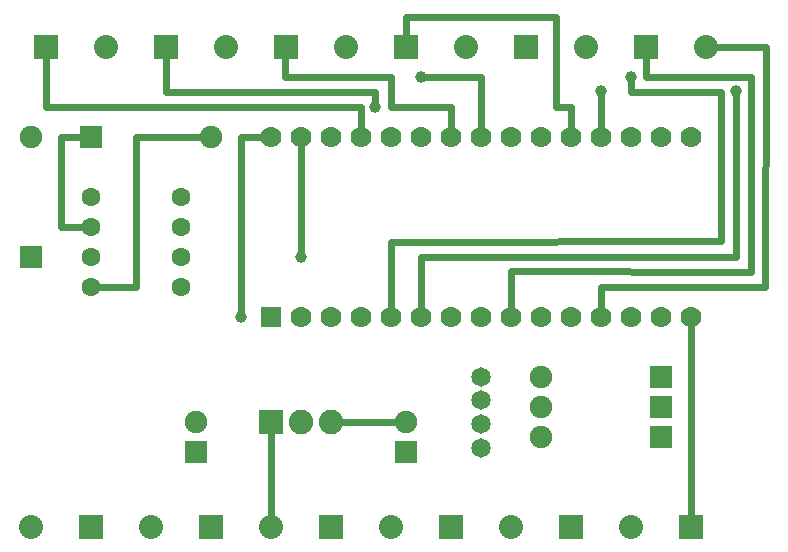
<source format=gtl>
G04 MADE WITH FRITZING*
G04 WWW.FRITZING.ORG*
G04 DOUBLE SIDED*
G04 HOLES PLATED*
G04 CONTOUR ON CENTER OF CONTOUR VECTOR*
%ASAXBY*%
%FSLAX23Y23*%
%MOIN*%
%OFA0B0*%
%SFA1.0B1.0*%
%ADD10C,0.070000*%
%ADD11C,0.063000*%
%ADD12C,0.075000*%
%ADD13C,0.080000*%
%ADD14C,0.082000*%
%ADD15C,0.039370*%
%ADD16C,0.065000*%
%ADD17R,0.070000X0.069972*%
%ADD18R,0.075000X0.075000*%
%ADD19R,0.080000X0.080000*%
%ADD20R,0.082000X0.082000*%
%ADD21C,0.024000*%
%LNCOPPER1*%
G90*
G70*
G54D10*
X1006Y1150D03*
X1106Y1150D03*
X1206Y1150D03*
X1306Y1150D03*
X1406Y1150D03*
X1506Y1150D03*
X1606Y1150D03*
X1706Y1150D03*
X1806Y1150D03*
X1906Y1150D03*
X2006Y1150D03*
X2106Y1150D03*
X2206Y1150D03*
X2306Y1150D03*
X2406Y1150D03*
X1006Y1750D03*
X1106Y1750D03*
X1206Y1750D03*
X1306Y1750D03*
X1406Y1750D03*
X1506Y1750D03*
X1606Y1750D03*
X1706Y1750D03*
X1806Y1750D03*
X1906Y1750D03*
X2006Y1750D03*
X2106Y1750D03*
X2206Y1750D03*
X2306Y1750D03*
X2406Y1750D03*
G54D11*
X706Y1250D03*
X706Y1350D03*
X706Y1450D03*
X706Y1550D03*
X406Y1550D03*
X406Y1450D03*
X406Y1350D03*
X406Y1250D03*
X706Y1250D03*
X706Y1350D03*
X706Y1450D03*
X706Y1550D03*
X406Y1550D03*
X406Y1450D03*
X406Y1350D03*
X406Y1250D03*
G54D12*
X206Y1350D03*
X206Y1750D03*
X406Y1750D03*
X806Y1750D03*
G54D13*
X1606Y450D03*
X1406Y450D03*
X1206Y450D03*
X1006Y450D03*
X406Y450D03*
X206Y450D03*
X806Y450D03*
X606Y450D03*
X2406Y450D03*
X2206Y450D03*
X2006Y450D03*
X1806Y450D03*
G54D14*
X1006Y800D03*
X1106Y800D03*
X1206Y800D03*
G54D12*
X1456Y700D03*
X1456Y800D03*
X756Y700D03*
X756Y800D03*
G54D15*
X1106Y1350D03*
X906Y1150D03*
G54D13*
X1856Y2050D03*
X2056Y2050D03*
X2256Y2050D03*
X2456Y2050D03*
X1456Y2050D03*
X1656Y2050D03*
X256Y2050D03*
X456Y2050D03*
X656Y2050D03*
X856Y2050D03*
X1056Y2050D03*
X1256Y2050D03*
G54D15*
X2557Y1902D03*
X1354Y1850D03*
X2106Y1902D03*
X2206Y1950D03*
X1506Y1950D03*
G54D16*
X1706Y714D03*
X1706Y793D03*
X1706Y872D03*
X1706Y950D03*
G54D12*
X2306Y750D03*
X1906Y750D03*
X2306Y850D03*
X1906Y850D03*
X2306Y950D03*
X1906Y950D03*
G54D17*
X1006Y1150D03*
G54D18*
X206Y1350D03*
X406Y1750D03*
G54D19*
X1606Y450D03*
X1206Y450D03*
X406Y450D03*
X806Y450D03*
X2406Y450D03*
X2006Y450D03*
G54D20*
X1006Y800D03*
G54D18*
X1456Y700D03*
X756Y700D03*
G54D19*
X1856Y2050D03*
X2256Y2050D03*
X1456Y2050D03*
X256Y2050D03*
X656Y2050D03*
X1056Y2050D03*
G54D18*
X2306Y750D03*
X2306Y850D03*
X2306Y950D03*
G54D21*
X1006Y481D02*
X1006Y768D01*
D02*
X557Y1250D02*
X557Y1750D01*
D02*
X433Y1250D02*
X557Y1250D01*
D02*
X557Y1750D02*
X777Y1750D01*
D02*
X1106Y1721D02*
X1106Y1369D01*
D02*
X906Y1750D02*
X906Y1169D01*
D02*
X976Y1750D02*
X906Y1750D01*
D02*
X1238Y800D02*
X1427Y800D01*
D02*
X306Y1750D02*
X306Y1450D01*
D02*
X306Y1450D02*
X378Y1450D01*
D02*
X377Y1750D02*
X306Y1750D01*
D02*
X256Y1850D02*
X256Y2019D01*
D02*
X1306Y1850D02*
X256Y1850D01*
D02*
X1306Y1779D02*
X1306Y1850D01*
D02*
X2657Y2050D02*
X2654Y1250D01*
D02*
X2654Y1250D02*
X2106Y1250D01*
D02*
X2106Y1250D02*
X2106Y1179D01*
D02*
X2487Y2050D02*
X2657Y2050D01*
D02*
X2257Y1950D02*
X2256Y2019D01*
D02*
X2606Y1950D02*
X2257Y1950D01*
D02*
X1806Y1179D02*
X1806Y1302D01*
D02*
X2606Y1298D02*
X2606Y1950D01*
D02*
X1806Y1302D02*
X2606Y1298D01*
D02*
X2557Y1883D02*
X2557Y1350D01*
D02*
X2557Y1350D02*
X1506Y1350D01*
D02*
X1506Y1350D02*
X1506Y1179D01*
D02*
X2206Y1900D02*
X2206Y1931D01*
D02*
X2506Y1900D02*
X2206Y1900D01*
D02*
X1406Y1179D02*
X1406Y1398D01*
D02*
X2506Y1402D02*
X2506Y1900D01*
D02*
X1406Y1398D02*
X2506Y1402D01*
D02*
X1354Y1898D02*
X1354Y1869D01*
D02*
X657Y1898D02*
X1354Y1898D01*
D02*
X656Y2019D02*
X657Y1898D01*
D02*
X2006Y1850D02*
X1957Y1850D01*
D02*
X1957Y1850D02*
X1957Y2150D01*
D02*
X1957Y2150D02*
X1457Y2150D01*
D02*
X2006Y1779D02*
X2006Y1850D01*
D02*
X1457Y2150D02*
X1456Y2081D01*
D02*
X2106Y1779D02*
X2106Y1883D01*
D02*
X1406Y1850D02*
X1406Y1950D01*
D02*
X1406Y1950D02*
X1054Y1950D01*
D02*
X1606Y1850D02*
X1406Y1850D01*
D02*
X1054Y1950D02*
X1055Y2019D01*
D02*
X1606Y1779D02*
X1606Y1850D01*
D02*
X1706Y1950D02*
X1525Y1950D01*
D02*
X1706Y1779D02*
X1706Y1950D01*
D02*
X2406Y1121D02*
X2406Y481D01*
G04 End of Copper1*
M02*
</source>
